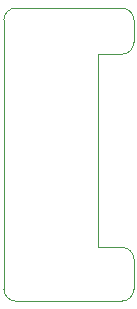
<source format=gm1>
G04 #@! TF.GenerationSoftware,KiCad,Pcbnew,(7.0.0)*
G04 #@! TF.CreationDate,2023-02-28T22:37:34+01:00*
G04 #@! TF.ProjectId,N64-DENC-NUS-Adapter-SMD,4e36342d-4445-44e4-932d-4e55532d4164,rev?*
G04 #@! TF.SameCoordinates,Original*
G04 #@! TF.FileFunction,Profile,NP*
%FSLAX46Y46*%
G04 Gerber Fmt 4.6, Leading zero omitted, Abs format (unit mm)*
G04 Created by KiCad (PCBNEW (7.0.0)) date 2023-02-28 22:37:34*
%MOMM*%
%LPD*%
G01*
G04 APERTURE LIST*
G04 #@! TA.AperFunction,Profile*
%ADD10C,0.100000*%
G04 #@! TD*
G04 APERTURE END LIST*
D10*
X193000000Y-106100000D02*
G75*
G03*
X194000000Y-105100000I0J1000000D01*
G01*
X183000000Y-105100000D02*
X183000000Y-82300000D01*
X183000000Y-105100000D02*
G75*
G03*
X184000000Y-106100000I1000000J0D01*
G01*
X191000000Y-85200000D02*
X191000000Y-101550000D01*
X191000000Y-85200000D02*
X193000000Y-85200000D01*
X194000000Y-102550000D02*
X194000000Y-105100000D01*
X194000000Y-82300000D02*
X194000000Y-84200000D01*
X193000000Y-85200000D02*
G75*
G03*
X194000000Y-84200000I0J1000000D01*
G01*
X193000000Y-101550000D02*
X191000000Y-101550000D01*
X194000000Y-82300000D02*
G75*
G03*
X193000000Y-81300000I-1000000J0D01*
G01*
X184000000Y-81300000D02*
G75*
G03*
X183000000Y-82300000I0J-1000000D01*
G01*
X184000000Y-81300000D02*
X193000000Y-81300000D01*
X193000000Y-106100000D02*
X184000000Y-106100000D01*
X194000000Y-102550000D02*
G75*
G03*
X193000000Y-101550000I-1000000J0D01*
G01*
M02*

</source>
